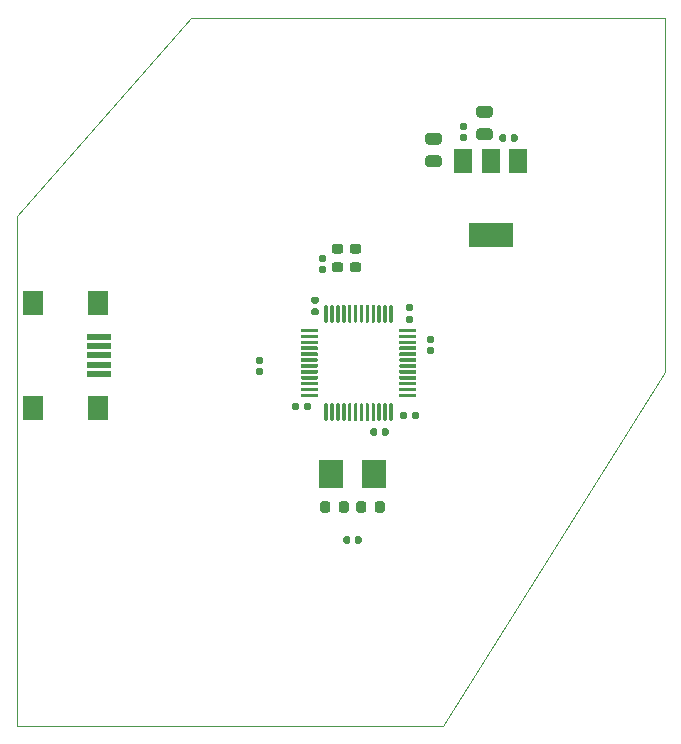
<source format=gbr>
%TF.GenerationSoftware,KiCad,Pcbnew,(5.1.6)-1*%
%TF.CreationDate,2020-06-10T16:57:24-05:00*%
%TF.ProjectId,GameVision50 Redesign,47616d65-5669-4736-996f-6e3530205265,rev?*%
%TF.SameCoordinates,Original*%
%TF.FileFunction,Paste,Top*%
%TF.FilePolarity,Positive*%
%FSLAX46Y46*%
G04 Gerber Fmt 4.6, Leading zero omitted, Abs format (unit mm)*
G04 Created by KiCad (PCBNEW (5.1.6)-1) date 2020-06-10 16:57:24*
%MOMM*%
%LPD*%
G01*
G04 APERTURE LIST*
%TA.AperFunction,Profile*%
%ADD10C,0.050000*%
%TD*%
%ADD11R,1.700000X2.000000*%
%ADD12R,2.000000X0.500000*%
%ADD13R,1.500000X2.000000*%
%ADD14R,3.800000X2.000000*%
%ADD15R,2.000000X2.400000*%
G04 APERTURE END LIST*
D10*
X116332000Y-50800000D02*
X156464000Y-50800000D01*
X101600000Y-67564000D02*
X116332000Y-50800000D01*
X101600000Y-110744000D02*
X101600000Y-67564000D01*
X137668000Y-110744000D02*
X101600000Y-110744000D01*
X156464000Y-80772000D02*
X137668000Y-110744000D01*
X156464000Y-50800000D02*
X156464000Y-80772000D01*
D11*
%TO.C,J3*%
X103008000Y-83820000D03*
X108458000Y-83820000D03*
X103008000Y-74920000D03*
X108458000Y-74920000D03*
D12*
X108558000Y-80970000D03*
X108558000Y-80170000D03*
X108558000Y-79370000D03*
X108558000Y-78570000D03*
X108558000Y-77770000D03*
%TD*%
%TO.C,C1*%
G36*
G01*
X137362250Y-63401000D02*
X136449750Y-63401000D01*
G75*
G02*
X136206000Y-63157250I0J243750D01*
G01*
X136206000Y-62669750D01*
G75*
G02*
X136449750Y-62426000I243750J0D01*
G01*
X137362250Y-62426000D01*
G75*
G02*
X137606000Y-62669750I0J-243750D01*
G01*
X137606000Y-63157250D01*
G75*
G02*
X137362250Y-63401000I-243750J0D01*
G01*
G37*
G36*
G01*
X137362250Y-61526000D02*
X136449750Y-61526000D01*
G75*
G02*
X136206000Y-61282250I0J243750D01*
G01*
X136206000Y-60794750D01*
G75*
G02*
X136449750Y-60551000I243750J0D01*
G01*
X137362250Y-60551000D01*
G75*
G02*
X137606000Y-60794750I0J-243750D01*
G01*
X137606000Y-61282250D01*
G75*
G02*
X137362250Y-61526000I-243750J0D01*
G01*
G37*
%TD*%
%TO.C,C2*%
G36*
G01*
X139618500Y-61232000D02*
X139273500Y-61232000D01*
G75*
G02*
X139126000Y-61084500I0J147500D01*
G01*
X139126000Y-60789500D01*
G75*
G02*
X139273500Y-60642000I147500J0D01*
G01*
X139618500Y-60642000D01*
G75*
G02*
X139766000Y-60789500I0J-147500D01*
G01*
X139766000Y-61084500D01*
G75*
G02*
X139618500Y-61232000I-147500J0D01*
G01*
G37*
G36*
G01*
X139618500Y-60262000D02*
X139273500Y-60262000D01*
G75*
G02*
X139126000Y-60114500I0J147500D01*
G01*
X139126000Y-59819500D01*
G75*
G02*
X139273500Y-59672000I147500J0D01*
G01*
X139618500Y-59672000D01*
G75*
G02*
X139766000Y-59819500I0J-147500D01*
G01*
X139766000Y-60114500D01*
G75*
G02*
X139618500Y-60262000I-147500J0D01*
G01*
G37*
%TD*%
%TO.C,C3*%
G36*
G01*
X143446000Y-61132500D02*
X143446000Y-60787500D01*
G75*
G02*
X143593500Y-60640000I147500J0D01*
G01*
X143888500Y-60640000D01*
G75*
G02*
X144036000Y-60787500I0J-147500D01*
G01*
X144036000Y-61132500D01*
G75*
G02*
X143888500Y-61280000I-147500J0D01*
G01*
X143593500Y-61280000D01*
G75*
G02*
X143446000Y-61132500I0J147500D01*
G01*
G37*
G36*
G01*
X142476000Y-61132500D02*
X142476000Y-60787500D01*
G75*
G02*
X142623500Y-60640000I147500J0D01*
G01*
X142918500Y-60640000D01*
G75*
G02*
X143066000Y-60787500I0J-147500D01*
G01*
X143066000Y-61132500D01*
G75*
G02*
X142918500Y-61280000I-147500J0D01*
G01*
X142623500Y-61280000D01*
G75*
G02*
X142476000Y-61132500I0J147500D01*
G01*
G37*
%TD*%
%TO.C,C4*%
G36*
G01*
X141680250Y-59240000D02*
X140767750Y-59240000D01*
G75*
G02*
X140524000Y-58996250I0J243750D01*
G01*
X140524000Y-58508750D01*
G75*
G02*
X140767750Y-58265000I243750J0D01*
G01*
X141680250Y-58265000D01*
G75*
G02*
X141924000Y-58508750I0J-243750D01*
G01*
X141924000Y-58996250D01*
G75*
G02*
X141680250Y-59240000I-243750J0D01*
G01*
G37*
G36*
G01*
X141680250Y-61115000D02*
X140767750Y-61115000D01*
G75*
G02*
X140524000Y-60871250I0J243750D01*
G01*
X140524000Y-60383750D01*
G75*
G02*
X140767750Y-60140000I243750J0D01*
G01*
X141680250Y-60140000D01*
G75*
G02*
X141924000Y-60383750I0J-243750D01*
G01*
X141924000Y-60871250D01*
G75*
G02*
X141680250Y-61115000I-243750J0D01*
G01*
G37*
%TD*%
%TO.C,C5*%
G36*
G01*
X129749000Y-91945750D02*
X129749000Y-92458250D01*
G75*
G02*
X129530250Y-92677000I-218750J0D01*
G01*
X129092750Y-92677000D01*
G75*
G02*
X128874000Y-92458250I0J218750D01*
G01*
X128874000Y-91945750D01*
G75*
G02*
X129092750Y-91727000I218750J0D01*
G01*
X129530250Y-91727000D01*
G75*
G02*
X129749000Y-91945750I0J-218750D01*
G01*
G37*
G36*
G01*
X128174000Y-91945750D02*
X128174000Y-92458250D01*
G75*
G02*
X127955250Y-92677000I-218750J0D01*
G01*
X127517750Y-92677000D01*
G75*
G02*
X127299000Y-92458250I0J218750D01*
G01*
X127299000Y-91945750D01*
G75*
G02*
X127517750Y-91727000I218750J0D01*
G01*
X127955250Y-91727000D01*
G75*
G02*
X128174000Y-91945750I0J-218750D01*
G01*
G37*
%TD*%
%TO.C,C6*%
G36*
G01*
X131922000Y-92458250D02*
X131922000Y-91945750D01*
G75*
G02*
X132140750Y-91727000I218750J0D01*
G01*
X132578250Y-91727000D01*
G75*
G02*
X132797000Y-91945750I0J-218750D01*
G01*
X132797000Y-92458250D01*
G75*
G02*
X132578250Y-92677000I-218750J0D01*
G01*
X132140750Y-92677000D01*
G75*
G02*
X131922000Y-92458250I0J218750D01*
G01*
G37*
G36*
G01*
X130347000Y-92458250D02*
X130347000Y-91945750D01*
G75*
G02*
X130565750Y-91727000I218750J0D01*
G01*
X131003250Y-91727000D01*
G75*
G02*
X131222000Y-91945750I0J-218750D01*
G01*
X131222000Y-92458250D01*
G75*
G02*
X131003250Y-92677000I-218750J0D01*
G01*
X130565750Y-92677000D01*
G75*
G02*
X130347000Y-92458250I0J218750D01*
G01*
G37*
%TD*%
%TO.C,C7*%
G36*
G01*
X127045500Y-74994000D02*
X126700500Y-74994000D01*
G75*
G02*
X126553000Y-74846500I0J147500D01*
G01*
X126553000Y-74551500D01*
G75*
G02*
X126700500Y-74404000I147500J0D01*
G01*
X127045500Y-74404000D01*
G75*
G02*
X127193000Y-74551500I0J-147500D01*
G01*
X127193000Y-74846500D01*
G75*
G02*
X127045500Y-74994000I-147500J0D01*
G01*
G37*
G36*
G01*
X127045500Y-75964000D02*
X126700500Y-75964000D01*
G75*
G02*
X126553000Y-75816500I0J147500D01*
G01*
X126553000Y-75521500D01*
G75*
G02*
X126700500Y-75374000I147500J0D01*
G01*
X127045500Y-75374000D01*
G75*
G02*
X127193000Y-75521500I0J-147500D01*
G01*
X127193000Y-75816500D01*
G75*
G02*
X127045500Y-75964000I-147500J0D01*
G01*
G37*
%TD*%
%TO.C,C8*%
G36*
G01*
X132524000Y-86024500D02*
X132524000Y-85679500D01*
G75*
G02*
X132671500Y-85532000I147500J0D01*
G01*
X132966500Y-85532000D01*
G75*
G02*
X133114000Y-85679500I0J-147500D01*
G01*
X133114000Y-86024500D01*
G75*
G02*
X132966500Y-86172000I-147500J0D01*
G01*
X132671500Y-86172000D01*
G75*
G02*
X132524000Y-86024500I0J147500D01*
G01*
G37*
G36*
G01*
X131554000Y-86024500D02*
X131554000Y-85679500D01*
G75*
G02*
X131701500Y-85532000I147500J0D01*
G01*
X131996500Y-85532000D01*
G75*
G02*
X132144000Y-85679500I0J-147500D01*
G01*
X132144000Y-86024500D01*
G75*
G02*
X131996500Y-86172000I-147500J0D01*
G01*
X131701500Y-86172000D01*
G75*
G02*
X131554000Y-86024500I0J147500D01*
G01*
G37*
%TD*%
%TO.C,C9*%
G36*
G01*
X125540000Y-83520500D02*
X125540000Y-83865500D01*
G75*
G02*
X125392500Y-84013000I-147500J0D01*
G01*
X125097500Y-84013000D01*
G75*
G02*
X124950000Y-83865500I0J147500D01*
G01*
X124950000Y-83520500D01*
G75*
G02*
X125097500Y-83373000I147500J0D01*
G01*
X125392500Y-83373000D01*
G75*
G02*
X125540000Y-83520500I0J-147500D01*
G01*
G37*
G36*
G01*
X126510000Y-83520500D02*
X126510000Y-83865500D01*
G75*
G02*
X126362500Y-84013000I-147500J0D01*
G01*
X126067500Y-84013000D01*
G75*
G02*
X125920000Y-83865500I0J147500D01*
G01*
X125920000Y-83520500D01*
G75*
G02*
X126067500Y-83373000I147500J0D01*
G01*
X126362500Y-83373000D01*
G75*
G02*
X126510000Y-83520500I0J-147500D01*
G01*
G37*
%TD*%
%TO.C,C10*%
G36*
G01*
X135046500Y-75629000D02*
X134701500Y-75629000D01*
G75*
G02*
X134554000Y-75481500I0J147500D01*
G01*
X134554000Y-75186500D01*
G75*
G02*
X134701500Y-75039000I147500J0D01*
G01*
X135046500Y-75039000D01*
G75*
G02*
X135194000Y-75186500I0J-147500D01*
G01*
X135194000Y-75481500D01*
G75*
G02*
X135046500Y-75629000I-147500J0D01*
G01*
G37*
G36*
G01*
X135046500Y-76599000D02*
X134701500Y-76599000D01*
G75*
G02*
X134554000Y-76451500I0J147500D01*
G01*
X134554000Y-76156500D01*
G75*
G02*
X134701500Y-76009000I147500J0D01*
G01*
X135046500Y-76009000D01*
G75*
G02*
X135194000Y-76156500I0J-147500D01*
G01*
X135194000Y-76451500D01*
G75*
G02*
X135046500Y-76599000I-147500J0D01*
G01*
G37*
%TD*%
%TO.C,R1*%
G36*
G01*
X122346500Y-81044000D02*
X122001500Y-81044000D01*
G75*
G02*
X121854000Y-80896500I0J147500D01*
G01*
X121854000Y-80601500D01*
G75*
G02*
X122001500Y-80454000I147500J0D01*
G01*
X122346500Y-80454000D01*
G75*
G02*
X122494000Y-80601500I0J-147500D01*
G01*
X122494000Y-80896500D01*
G75*
G02*
X122346500Y-81044000I-147500J0D01*
G01*
G37*
G36*
G01*
X122346500Y-80074000D02*
X122001500Y-80074000D01*
G75*
G02*
X121854000Y-79926500I0J147500D01*
G01*
X121854000Y-79631500D01*
G75*
G02*
X122001500Y-79484000I147500J0D01*
G01*
X122346500Y-79484000D01*
G75*
G02*
X122494000Y-79631500I0J-147500D01*
G01*
X122494000Y-79926500D01*
G75*
G02*
X122346500Y-80074000I-147500J0D01*
G01*
G37*
%TD*%
%TO.C,R2*%
G36*
G01*
X136824500Y-79266000D02*
X136479500Y-79266000D01*
G75*
G02*
X136332000Y-79118500I0J147500D01*
G01*
X136332000Y-78823500D01*
G75*
G02*
X136479500Y-78676000I147500J0D01*
G01*
X136824500Y-78676000D01*
G75*
G02*
X136972000Y-78823500I0J-147500D01*
G01*
X136972000Y-79118500D01*
G75*
G02*
X136824500Y-79266000I-147500J0D01*
G01*
G37*
G36*
G01*
X136824500Y-78296000D02*
X136479500Y-78296000D01*
G75*
G02*
X136332000Y-78148500I0J147500D01*
G01*
X136332000Y-77853500D01*
G75*
G02*
X136479500Y-77706000I147500J0D01*
G01*
X136824500Y-77706000D01*
G75*
G02*
X136972000Y-77853500I0J-147500D01*
G01*
X136972000Y-78148500D01*
G75*
G02*
X136824500Y-78296000I-147500J0D01*
G01*
G37*
%TD*%
%TO.C,R3*%
G36*
G01*
X130238000Y-95168500D02*
X130238000Y-94823500D01*
G75*
G02*
X130385500Y-94676000I147500J0D01*
G01*
X130680500Y-94676000D01*
G75*
G02*
X130828000Y-94823500I0J-147500D01*
G01*
X130828000Y-95168500D01*
G75*
G02*
X130680500Y-95316000I-147500J0D01*
G01*
X130385500Y-95316000D01*
G75*
G02*
X130238000Y-95168500I0J147500D01*
G01*
G37*
G36*
G01*
X129268000Y-95168500D02*
X129268000Y-94823500D01*
G75*
G02*
X129415500Y-94676000I147500J0D01*
G01*
X129710500Y-94676000D01*
G75*
G02*
X129858000Y-94823500I0J-147500D01*
G01*
X129858000Y-95168500D01*
G75*
G02*
X129710500Y-95316000I-147500J0D01*
G01*
X129415500Y-95316000D01*
G75*
G02*
X129268000Y-95168500I0J147500D01*
G01*
G37*
%TD*%
%TO.C,R4*%
G36*
G01*
X127335500Y-70848000D02*
X127680500Y-70848000D01*
G75*
G02*
X127828000Y-70995500I0J-147500D01*
G01*
X127828000Y-71290500D01*
G75*
G02*
X127680500Y-71438000I-147500J0D01*
G01*
X127335500Y-71438000D01*
G75*
G02*
X127188000Y-71290500I0J147500D01*
G01*
X127188000Y-70995500D01*
G75*
G02*
X127335500Y-70848000I147500J0D01*
G01*
G37*
G36*
G01*
X127335500Y-71818000D02*
X127680500Y-71818000D01*
G75*
G02*
X127828000Y-71965500I0J-147500D01*
G01*
X127828000Y-72260500D01*
G75*
G02*
X127680500Y-72408000I-147500J0D01*
G01*
X127335500Y-72408000D01*
G75*
G02*
X127188000Y-72260500I0J147500D01*
G01*
X127188000Y-71965500D01*
G75*
G02*
X127335500Y-71818000I147500J0D01*
G01*
G37*
%TD*%
%TO.C,R5*%
G36*
G01*
X129034250Y-72345000D02*
X128521750Y-72345000D01*
G75*
G02*
X128303000Y-72126250I0J218750D01*
G01*
X128303000Y-71688750D01*
G75*
G02*
X128521750Y-71470000I218750J0D01*
G01*
X129034250Y-71470000D01*
G75*
G02*
X129253000Y-71688750I0J-218750D01*
G01*
X129253000Y-72126250D01*
G75*
G02*
X129034250Y-72345000I-218750J0D01*
G01*
G37*
G36*
G01*
X129034250Y-70770000D02*
X128521750Y-70770000D01*
G75*
G02*
X128303000Y-70551250I0J218750D01*
G01*
X128303000Y-70113750D01*
G75*
G02*
X128521750Y-69895000I218750J0D01*
G01*
X129034250Y-69895000D01*
G75*
G02*
X129253000Y-70113750I0J-218750D01*
G01*
X129253000Y-70551250D01*
G75*
G02*
X129034250Y-70770000I-218750J0D01*
G01*
G37*
%TD*%
%TO.C,R6*%
G36*
G01*
X130558250Y-70770000D02*
X130045750Y-70770000D01*
G75*
G02*
X129827000Y-70551250I0J218750D01*
G01*
X129827000Y-70113750D01*
G75*
G02*
X130045750Y-69895000I218750J0D01*
G01*
X130558250Y-69895000D01*
G75*
G02*
X130777000Y-70113750I0J-218750D01*
G01*
X130777000Y-70551250D01*
G75*
G02*
X130558250Y-70770000I-218750J0D01*
G01*
G37*
G36*
G01*
X130558250Y-72345000D02*
X130045750Y-72345000D01*
G75*
G02*
X129827000Y-72126250I0J218750D01*
G01*
X129827000Y-71688750D01*
G75*
G02*
X130045750Y-71470000I218750J0D01*
G01*
X130558250Y-71470000D01*
G75*
G02*
X130777000Y-71688750I0J-218750D01*
G01*
X130777000Y-72126250D01*
G75*
G02*
X130558250Y-72345000I-218750J0D01*
G01*
G37*
%TD*%
D13*
%TO.C,U1*%
X144032000Y-62890000D03*
X139432000Y-62890000D03*
X141732000Y-62890000D03*
D14*
X141732000Y-69190000D03*
%TD*%
%TO.C,U2*%
G36*
G01*
X127881000Y-84910000D02*
X127731000Y-84910000D01*
G75*
G02*
X127656000Y-84835000I0J75000D01*
G01*
X127656000Y-83510000D01*
G75*
G02*
X127731000Y-83435000I75000J0D01*
G01*
X127881000Y-83435000D01*
G75*
G02*
X127956000Y-83510000I0J-75000D01*
G01*
X127956000Y-84835000D01*
G75*
G02*
X127881000Y-84910000I-75000J0D01*
G01*
G37*
G36*
G01*
X128381000Y-84910000D02*
X128231000Y-84910000D01*
G75*
G02*
X128156000Y-84835000I0J75000D01*
G01*
X128156000Y-83510000D01*
G75*
G02*
X128231000Y-83435000I75000J0D01*
G01*
X128381000Y-83435000D01*
G75*
G02*
X128456000Y-83510000I0J-75000D01*
G01*
X128456000Y-84835000D01*
G75*
G02*
X128381000Y-84910000I-75000J0D01*
G01*
G37*
G36*
G01*
X128881000Y-84910000D02*
X128731000Y-84910000D01*
G75*
G02*
X128656000Y-84835000I0J75000D01*
G01*
X128656000Y-83510000D01*
G75*
G02*
X128731000Y-83435000I75000J0D01*
G01*
X128881000Y-83435000D01*
G75*
G02*
X128956000Y-83510000I0J-75000D01*
G01*
X128956000Y-84835000D01*
G75*
G02*
X128881000Y-84910000I-75000J0D01*
G01*
G37*
G36*
G01*
X129381000Y-84910000D02*
X129231000Y-84910000D01*
G75*
G02*
X129156000Y-84835000I0J75000D01*
G01*
X129156000Y-83510000D01*
G75*
G02*
X129231000Y-83435000I75000J0D01*
G01*
X129381000Y-83435000D01*
G75*
G02*
X129456000Y-83510000I0J-75000D01*
G01*
X129456000Y-84835000D01*
G75*
G02*
X129381000Y-84910000I-75000J0D01*
G01*
G37*
G36*
G01*
X129881000Y-84910000D02*
X129731000Y-84910000D01*
G75*
G02*
X129656000Y-84835000I0J75000D01*
G01*
X129656000Y-83510000D01*
G75*
G02*
X129731000Y-83435000I75000J0D01*
G01*
X129881000Y-83435000D01*
G75*
G02*
X129956000Y-83510000I0J-75000D01*
G01*
X129956000Y-84835000D01*
G75*
G02*
X129881000Y-84910000I-75000J0D01*
G01*
G37*
G36*
G01*
X130381000Y-84910000D02*
X130231000Y-84910000D01*
G75*
G02*
X130156000Y-84835000I0J75000D01*
G01*
X130156000Y-83510000D01*
G75*
G02*
X130231000Y-83435000I75000J0D01*
G01*
X130381000Y-83435000D01*
G75*
G02*
X130456000Y-83510000I0J-75000D01*
G01*
X130456000Y-84835000D01*
G75*
G02*
X130381000Y-84910000I-75000J0D01*
G01*
G37*
G36*
G01*
X130881000Y-84910000D02*
X130731000Y-84910000D01*
G75*
G02*
X130656000Y-84835000I0J75000D01*
G01*
X130656000Y-83510000D01*
G75*
G02*
X130731000Y-83435000I75000J0D01*
G01*
X130881000Y-83435000D01*
G75*
G02*
X130956000Y-83510000I0J-75000D01*
G01*
X130956000Y-84835000D01*
G75*
G02*
X130881000Y-84910000I-75000J0D01*
G01*
G37*
G36*
G01*
X131381000Y-84910000D02*
X131231000Y-84910000D01*
G75*
G02*
X131156000Y-84835000I0J75000D01*
G01*
X131156000Y-83510000D01*
G75*
G02*
X131231000Y-83435000I75000J0D01*
G01*
X131381000Y-83435000D01*
G75*
G02*
X131456000Y-83510000I0J-75000D01*
G01*
X131456000Y-84835000D01*
G75*
G02*
X131381000Y-84910000I-75000J0D01*
G01*
G37*
G36*
G01*
X131881000Y-84910000D02*
X131731000Y-84910000D01*
G75*
G02*
X131656000Y-84835000I0J75000D01*
G01*
X131656000Y-83510000D01*
G75*
G02*
X131731000Y-83435000I75000J0D01*
G01*
X131881000Y-83435000D01*
G75*
G02*
X131956000Y-83510000I0J-75000D01*
G01*
X131956000Y-84835000D01*
G75*
G02*
X131881000Y-84910000I-75000J0D01*
G01*
G37*
G36*
G01*
X132381000Y-84910000D02*
X132231000Y-84910000D01*
G75*
G02*
X132156000Y-84835000I0J75000D01*
G01*
X132156000Y-83510000D01*
G75*
G02*
X132231000Y-83435000I75000J0D01*
G01*
X132381000Y-83435000D01*
G75*
G02*
X132456000Y-83510000I0J-75000D01*
G01*
X132456000Y-84835000D01*
G75*
G02*
X132381000Y-84910000I-75000J0D01*
G01*
G37*
G36*
G01*
X132881000Y-84910000D02*
X132731000Y-84910000D01*
G75*
G02*
X132656000Y-84835000I0J75000D01*
G01*
X132656000Y-83510000D01*
G75*
G02*
X132731000Y-83435000I75000J0D01*
G01*
X132881000Y-83435000D01*
G75*
G02*
X132956000Y-83510000I0J-75000D01*
G01*
X132956000Y-84835000D01*
G75*
G02*
X132881000Y-84910000I-75000J0D01*
G01*
G37*
G36*
G01*
X133381000Y-84910000D02*
X133231000Y-84910000D01*
G75*
G02*
X133156000Y-84835000I0J75000D01*
G01*
X133156000Y-83510000D01*
G75*
G02*
X133231000Y-83435000I75000J0D01*
G01*
X133381000Y-83435000D01*
G75*
G02*
X133456000Y-83510000I0J-75000D01*
G01*
X133456000Y-84835000D01*
G75*
G02*
X133381000Y-84910000I-75000J0D01*
G01*
G37*
G36*
G01*
X135381000Y-82910000D02*
X134056000Y-82910000D01*
G75*
G02*
X133981000Y-82835000I0J75000D01*
G01*
X133981000Y-82685000D01*
G75*
G02*
X134056000Y-82610000I75000J0D01*
G01*
X135381000Y-82610000D01*
G75*
G02*
X135456000Y-82685000I0J-75000D01*
G01*
X135456000Y-82835000D01*
G75*
G02*
X135381000Y-82910000I-75000J0D01*
G01*
G37*
G36*
G01*
X135381000Y-82410000D02*
X134056000Y-82410000D01*
G75*
G02*
X133981000Y-82335000I0J75000D01*
G01*
X133981000Y-82185000D01*
G75*
G02*
X134056000Y-82110000I75000J0D01*
G01*
X135381000Y-82110000D01*
G75*
G02*
X135456000Y-82185000I0J-75000D01*
G01*
X135456000Y-82335000D01*
G75*
G02*
X135381000Y-82410000I-75000J0D01*
G01*
G37*
G36*
G01*
X135381000Y-81910000D02*
X134056000Y-81910000D01*
G75*
G02*
X133981000Y-81835000I0J75000D01*
G01*
X133981000Y-81685000D01*
G75*
G02*
X134056000Y-81610000I75000J0D01*
G01*
X135381000Y-81610000D01*
G75*
G02*
X135456000Y-81685000I0J-75000D01*
G01*
X135456000Y-81835000D01*
G75*
G02*
X135381000Y-81910000I-75000J0D01*
G01*
G37*
G36*
G01*
X135381000Y-81410000D02*
X134056000Y-81410000D01*
G75*
G02*
X133981000Y-81335000I0J75000D01*
G01*
X133981000Y-81185000D01*
G75*
G02*
X134056000Y-81110000I75000J0D01*
G01*
X135381000Y-81110000D01*
G75*
G02*
X135456000Y-81185000I0J-75000D01*
G01*
X135456000Y-81335000D01*
G75*
G02*
X135381000Y-81410000I-75000J0D01*
G01*
G37*
G36*
G01*
X135381000Y-80910000D02*
X134056000Y-80910000D01*
G75*
G02*
X133981000Y-80835000I0J75000D01*
G01*
X133981000Y-80685000D01*
G75*
G02*
X134056000Y-80610000I75000J0D01*
G01*
X135381000Y-80610000D01*
G75*
G02*
X135456000Y-80685000I0J-75000D01*
G01*
X135456000Y-80835000D01*
G75*
G02*
X135381000Y-80910000I-75000J0D01*
G01*
G37*
G36*
G01*
X135381000Y-80410000D02*
X134056000Y-80410000D01*
G75*
G02*
X133981000Y-80335000I0J75000D01*
G01*
X133981000Y-80185000D01*
G75*
G02*
X134056000Y-80110000I75000J0D01*
G01*
X135381000Y-80110000D01*
G75*
G02*
X135456000Y-80185000I0J-75000D01*
G01*
X135456000Y-80335000D01*
G75*
G02*
X135381000Y-80410000I-75000J0D01*
G01*
G37*
G36*
G01*
X135381000Y-79910000D02*
X134056000Y-79910000D01*
G75*
G02*
X133981000Y-79835000I0J75000D01*
G01*
X133981000Y-79685000D01*
G75*
G02*
X134056000Y-79610000I75000J0D01*
G01*
X135381000Y-79610000D01*
G75*
G02*
X135456000Y-79685000I0J-75000D01*
G01*
X135456000Y-79835000D01*
G75*
G02*
X135381000Y-79910000I-75000J0D01*
G01*
G37*
G36*
G01*
X135381000Y-79410000D02*
X134056000Y-79410000D01*
G75*
G02*
X133981000Y-79335000I0J75000D01*
G01*
X133981000Y-79185000D01*
G75*
G02*
X134056000Y-79110000I75000J0D01*
G01*
X135381000Y-79110000D01*
G75*
G02*
X135456000Y-79185000I0J-75000D01*
G01*
X135456000Y-79335000D01*
G75*
G02*
X135381000Y-79410000I-75000J0D01*
G01*
G37*
G36*
G01*
X135381000Y-78910000D02*
X134056000Y-78910000D01*
G75*
G02*
X133981000Y-78835000I0J75000D01*
G01*
X133981000Y-78685000D01*
G75*
G02*
X134056000Y-78610000I75000J0D01*
G01*
X135381000Y-78610000D01*
G75*
G02*
X135456000Y-78685000I0J-75000D01*
G01*
X135456000Y-78835000D01*
G75*
G02*
X135381000Y-78910000I-75000J0D01*
G01*
G37*
G36*
G01*
X135381000Y-78410000D02*
X134056000Y-78410000D01*
G75*
G02*
X133981000Y-78335000I0J75000D01*
G01*
X133981000Y-78185000D01*
G75*
G02*
X134056000Y-78110000I75000J0D01*
G01*
X135381000Y-78110000D01*
G75*
G02*
X135456000Y-78185000I0J-75000D01*
G01*
X135456000Y-78335000D01*
G75*
G02*
X135381000Y-78410000I-75000J0D01*
G01*
G37*
G36*
G01*
X135381000Y-77910000D02*
X134056000Y-77910000D01*
G75*
G02*
X133981000Y-77835000I0J75000D01*
G01*
X133981000Y-77685000D01*
G75*
G02*
X134056000Y-77610000I75000J0D01*
G01*
X135381000Y-77610000D01*
G75*
G02*
X135456000Y-77685000I0J-75000D01*
G01*
X135456000Y-77835000D01*
G75*
G02*
X135381000Y-77910000I-75000J0D01*
G01*
G37*
G36*
G01*
X135381000Y-77410000D02*
X134056000Y-77410000D01*
G75*
G02*
X133981000Y-77335000I0J75000D01*
G01*
X133981000Y-77185000D01*
G75*
G02*
X134056000Y-77110000I75000J0D01*
G01*
X135381000Y-77110000D01*
G75*
G02*
X135456000Y-77185000I0J-75000D01*
G01*
X135456000Y-77335000D01*
G75*
G02*
X135381000Y-77410000I-75000J0D01*
G01*
G37*
G36*
G01*
X133381000Y-76585000D02*
X133231000Y-76585000D01*
G75*
G02*
X133156000Y-76510000I0J75000D01*
G01*
X133156000Y-75185000D01*
G75*
G02*
X133231000Y-75110000I75000J0D01*
G01*
X133381000Y-75110000D01*
G75*
G02*
X133456000Y-75185000I0J-75000D01*
G01*
X133456000Y-76510000D01*
G75*
G02*
X133381000Y-76585000I-75000J0D01*
G01*
G37*
G36*
G01*
X132881000Y-76585000D02*
X132731000Y-76585000D01*
G75*
G02*
X132656000Y-76510000I0J75000D01*
G01*
X132656000Y-75185000D01*
G75*
G02*
X132731000Y-75110000I75000J0D01*
G01*
X132881000Y-75110000D01*
G75*
G02*
X132956000Y-75185000I0J-75000D01*
G01*
X132956000Y-76510000D01*
G75*
G02*
X132881000Y-76585000I-75000J0D01*
G01*
G37*
G36*
G01*
X132381000Y-76585000D02*
X132231000Y-76585000D01*
G75*
G02*
X132156000Y-76510000I0J75000D01*
G01*
X132156000Y-75185000D01*
G75*
G02*
X132231000Y-75110000I75000J0D01*
G01*
X132381000Y-75110000D01*
G75*
G02*
X132456000Y-75185000I0J-75000D01*
G01*
X132456000Y-76510000D01*
G75*
G02*
X132381000Y-76585000I-75000J0D01*
G01*
G37*
G36*
G01*
X131881000Y-76585000D02*
X131731000Y-76585000D01*
G75*
G02*
X131656000Y-76510000I0J75000D01*
G01*
X131656000Y-75185000D01*
G75*
G02*
X131731000Y-75110000I75000J0D01*
G01*
X131881000Y-75110000D01*
G75*
G02*
X131956000Y-75185000I0J-75000D01*
G01*
X131956000Y-76510000D01*
G75*
G02*
X131881000Y-76585000I-75000J0D01*
G01*
G37*
G36*
G01*
X131381000Y-76585000D02*
X131231000Y-76585000D01*
G75*
G02*
X131156000Y-76510000I0J75000D01*
G01*
X131156000Y-75185000D01*
G75*
G02*
X131231000Y-75110000I75000J0D01*
G01*
X131381000Y-75110000D01*
G75*
G02*
X131456000Y-75185000I0J-75000D01*
G01*
X131456000Y-76510000D01*
G75*
G02*
X131381000Y-76585000I-75000J0D01*
G01*
G37*
G36*
G01*
X130881000Y-76585000D02*
X130731000Y-76585000D01*
G75*
G02*
X130656000Y-76510000I0J75000D01*
G01*
X130656000Y-75185000D01*
G75*
G02*
X130731000Y-75110000I75000J0D01*
G01*
X130881000Y-75110000D01*
G75*
G02*
X130956000Y-75185000I0J-75000D01*
G01*
X130956000Y-76510000D01*
G75*
G02*
X130881000Y-76585000I-75000J0D01*
G01*
G37*
G36*
G01*
X130381000Y-76585000D02*
X130231000Y-76585000D01*
G75*
G02*
X130156000Y-76510000I0J75000D01*
G01*
X130156000Y-75185000D01*
G75*
G02*
X130231000Y-75110000I75000J0D01*
G01*
X130381000Y-75110000D01*
G75*
G02*
X130456000Y-75185000I0J-75000D01*
G01*
X130456000Y-76510000D01*
G75*
G02*
X130381000Y-76585000I-75000J0D01*
G01*
G37*
G36*
G01*
X129881000Y-76585000D02*
X129731000Y-76585000D01*
G75*
G02*
X129656000Y-76510000I0J75000D01*
G01*
X129656000Y-75185000D01*
G75*
G02*
X129731000Y-75110000I75000J0D01*
G01*
X129881000Y-75110000D01*
G75*
G02*
X129956000Y-75185000I0J-75000D01*
G01*
X129956000Y-76510000D01*
G75*
G02*
X129881000Y-76585000I-75000J0D01*
G01*
G37*
G36*
G01*
X129381000Y-76585000D02*
X129231000Y-76585000D01*
G75*
G02*
X129156000Y-76510000I0J75000D01*
G01*
X129156000Y-75185000D01*
G75*
G02*
X129231000Y-75110000I75000J0D01*
G01*
X129381000Y-75110000D01*
G75*
G02*
X129456000Y-75185000I0J-75000D01*
G01*
X129456000Y-76510000D01*
G75*
G02*
X129381000Y-76585000I-75000J0D01*
G01*
G37*
G36*
G01*
X128881000Y-76585000D02*
X128731000Y-76585000D01*
G75*
G02*
X128656000Y-76510000I0J75000D01*
G01*
X128656000Y-75185000D01*
G75*
G02*
X128731000Y-75110000I75000J0D01*
G01*
X128881000Y-75110000D01*
G75*
G02*
X128956000Y-75185000I0J-75000D01*
G01*
X128956000Y-76510000D01*
G75*
G02*
X128881000Y-76585000I-75000J0D01*
G01*
G37*
G36*
G01*
X128381000Y-76585000D02*
X128231000Y-76585000D01*
G75*
G02*
X128156000Y-76510000I0J75000D01*
G01*
X128156000Y-75185000D01*
G75*
G02*
X128231000Y-75110000I75000J0D01*
G01*
X128381000Y-75110000D01*
G75*
G02*
X128456000Y-75185000I0J-75000D01*
G01*
X128456000Y-76510000D01*
G75*
G02*
X128381000Y-76585000I-75000J0D01*
G01*
G37*
G36*
G01*
X127881000Y-76585000D02*
X127731000Y-76585000D01*
G75*
G02*
X127656000Y-76510000I0J75000D01*
G01*
X127656000Y-75185000D01*
G75*
G02*
X127731000Y-75110000I75000J0D01*
G01*
X127881000Y-75110000D01*
G75*
G02*
X127956000Y-75185000I0J-75000D01*
G01*
X127956000Y-76510000D01*
G75*
G02*
X127881000Y-76585000I-75000J0D01*
G01*
G37*
G36*
G01*
X127056000Y-77410000D02*
X125731000Y-77410000D01*
G75*
G02*
X125656000Y-77335000I0J75000D01*
G01*
X125656000Y-77185000D01*
G75*
G02*
X125731000Y-77110000I75000J0D01*
G01*
X127056000Y-77110000D01*
G75*
G02*
X127131000Y-77185000I0J-75000D01*
G01*
X127131000Y-77335000D01*
G75*
G02*
X127056000Y-77410000I-75000J0D01*
G01*
G37*
G36*
G01*
X127056000Y-77910000D02*
X125731000Y-77910000D01*
G75*
G02*
X125656000Y-77835000I0J75000D01*
G01*
X125656000Y-77685000D01*
G75*
G02*
X125731000Y-77610000I75000J0D01*
G01*
X127056000Y-77610000D01*
G75*
G02*
X127131000Y-77685000I0J-75000D01*
G01*
X127131000Y-77835000D01*
G75*
G02*
X127056000Y-77910000I-75000J0D01*
G01*
G37*
G36*
G01*
X127056000Y-78410000D02*
X125731000Y-78410000D01*
G75*
G02*
X125656000Y-78335000I0J75000D01*
G01*
X125656000Y-78185000D01*
G75*
G02*
X125731000Y-78110000I75000J0D01*
G01*
X127056000Y-78110000D01*
G75*
G02*
X127131000Y-78185000I0J-75000D01*
G01*
X127131000Y-78335000D01*
G75*
G02*
X127056000Y-78410000I-75000J0D01*
G01*
G37*
G36*
G01*
X127056000Y-78910000D02*
X125731000Y-78910000D01*
G75*
G02*
X125656000Y-78835000I0J75000D01*
G01*
X125656000Y-78685000D01*
G75*
G02*
X125731000Y-78610000I75000J0D01*
G01*
X127056000Y-78610000D01*
G75*
G02*
X127131000Y-78685000I0J-75000D01*
G01*
X127131000Y-78835000D01*
G75*
G02*
X127056000Y-78910000I-75000J0D01*
G01*
G37*
G36*
G01*
X127056000Y-79410000D02*
X125731000Y-79410000D01*
G75*
G02*
X125656000Y-79335000I0J75000D01*
G01*
X125656000Y-79185000D01*
G75*
G02*
X125731000Y-79110000I75000J0D01*
G01*
X127056000Y-79110000D01*
G75*
G02*
X127131000Y-79185000I0J-75000D01*
G01*
X127131000Y-79335000D01*
G75*
G02*
X127056000Y-79410000I-75000J0D01*
G01*
G37*
G36*
G01*
X127056000Y-79910000D02*
X125731000Y-79910000D01*
G75*
G02*
X125656000Y-79835000I0J75000D01*
G01*
X125656000Y-79685000D01*
G75*
G02*
X125731000Y-79610000I75000J0D01*
G01*
X127056000Y-79610000D01*
G75*
G02*
X127131000Y-79685000I0J-75000D01*
G01*
X127131000Y-79835000D01*
G75*
G02*
X127056000Y-79910000I-75000J0D01*
G01*
G37*
G36*
G01*
X127056000Y-80410000D02*
X125731000Y-80410000D01*
G75*
G02*
X125656000Y-80335000I0J75000D01*
G01*
X125656000Y-80185000D01*
G75*
G02*
X125731000Y-80110000I75000J0D01*
G01*
X127056000Y-80110000D01*
G75*
G02*
X127131000Y-80185000I0J-75000D01*
G01*
X127131000Y-80335000D01*
G75*
G02*
X127056000Y-80410000I-75000J0D01*
G01*
G37*
G36*
G01*
X127056000Y-80910000D02*
X125731000Y-80910000D01*
G75*
G02*
X125656000Y-80835000I0J75000D01*
G01*
X125656000Y-80685000D01*
G75*
G02*
X125731000Y-80610000I75000J0D01*
G01*
X127056000Y-80610000D01*
G75*
G02*
X127131000Y-80685000I0J-75000D01*
G01*
X127131000Y-80835000D01*
G75*
G02*
X127056000Y-80910000I-75000J0D01*
G01*
G37*
G36*
G01*
X127056000Y-81410000D02*
X125731000Y-81410000D01*
G75*
G02*
X125656000Y-81335000I0J75000D01*
G01*
X125656000Y-81185000D01*
G75*
G02*
X125731000Y-81110000I75000J0D01*
G01*
X127056000Y-81110000D01*
G75*
G02*
X127131000Y-81185000I0J-75000D01*
G01*
X127131000Y-81335000D01*
G75*
G02*
X127056000Y-81410000I-75000J0D01*
G01*
G37*
G36*
G01*
X127056000Y-81910000D02*
X125731000Y-81910000D01*
G75*
G02*
X125656000Y-81835000I0J75000D01*
G01*
X125656000Y-81685000D01*
G75*
G02*
X125731000Y-81610000I75000J0D01*
G01*
X127056000Y-81610000D01*
G75*
G02*
X127131000Y-81685000I0J-75000D01*
G01*
X127131000Y-81835000D01*
G75*
G02*
X127056000Y-81910000I-75000J0D01*
G01*
G37*
G36*
G01*
X127056000Y-82410000D02*
X125731000Y-82410000D01*
G75*
G02*
X125656000Y-82335000I0J75000D01*
G01*
X125656000Y-82185000D01*
G75*
G02*
X125731000Y-82110000I75000J0D01*
G01*
X127056000Y-82110000D01*
G75*
G02*
X127131000Y-82185000I0J-75000D01*
G01*
X127131000Y-82335000D01*
G75*
G02*
X127056000Y-82410000I-75000J0D01*
G01*
G37*
G36*
G01*
X127056000Y-82910000D02*
X125731000Y-82910000D01*
G75*
G02*
X125656000Y-82835000I0J75000D01*
G01*
X125656000Y-82685000D01*
G75*
G02*
X125731000Y-82610000I75000J0D01*
G01*
X127056000Y-82610000D01*
G75*
G02*
X127131000Y-82685000I0J-75000D01*
G01*
X127131000Y-82835000D01*
G75*
G02*
X127056000Y-82910000I-75000J0D01*
G01*
G37*
%TD*%
D15*
%TO.C,Y1*%
X128198000Y-89408000D03*
X131898000Y-89408000D03*
%TD*%
%TO.C,C11*%
G36*
G01*
X134684000Y-84282500D02*
X134684000Y-84627500D01*
G75*
G02*
X134536500Y-84775000I-147500J0D01*
G01*
X134241500Y-84775000D01*
G75*
G02*
X134094000Y-84627500I0J147500D01*
G01*
X134094000Y-84282500D01*
G75*
G02*
X134241500Y-84135000I147500J0D01*
G01*
X134536500Y-84135000D01*
G75*
G02*
X134684000Y-84282500I0J-147500D01*
G01*
G37*
G36*
G01*
X135654000Y-84282500D02*
X135654000Y-84627500D01*
G75*
G02*
X135506500Y-84775000I-147500J0D01*
G01*
X135211500Y-84775000D01*
G75*
G02*
X135064000Y-84627500I0J147500D01*
G01*
X135064000Y-84282500D01*
G75*
G02*
X135211500Y-84135000I147500J0D01*
G01*
X135506500Y-84135000D01*
G75*
G02*
X135654000Y-84282500I0J-147500D01*
G01*
G37*
%TD*%
M02*

</source>
